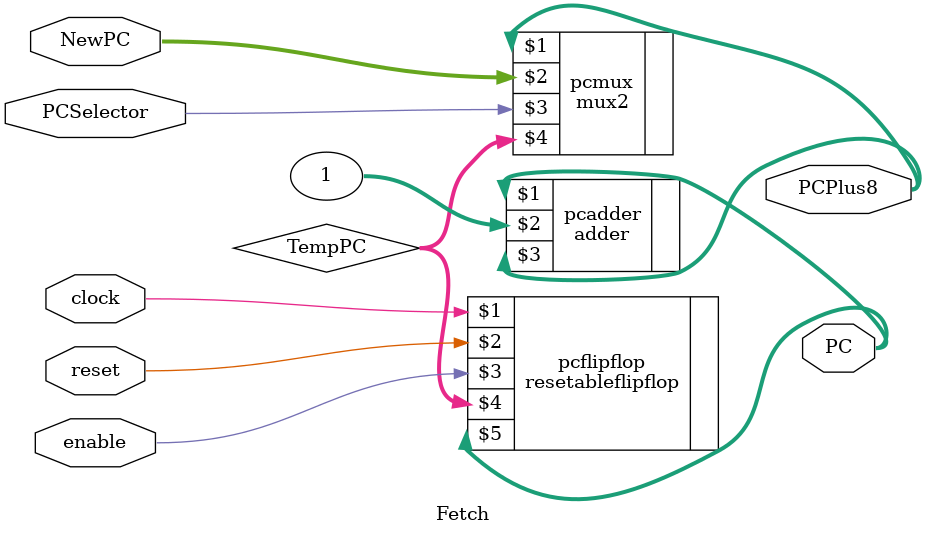
<source format=sv>
/*
	Fetch  Module
	Inputs: 
	- NewPC : new pc
   - PCSelector: indicates which pc value to use
	- clock
	- reset
	Outputs:
	- PC: the current PC value
	- PCPlus8: PC + 4?
*/
module Fetch #(parameter WIDTH = 8)
	(input logic [WIDTH-1:0] NewPC,
	 input logic PCSelector, clock, reset, enable,
	 output logic [WIDTH-1:0] PC, PCPlus8
	 );
	
	logic [WIDTH-1:0] TempPC;
	
	resetableflipflop  #(WIDTH) pcflipflop(clock, reset, enable, TempPC ,PC);
	mux2  #(WIDTH) pcmux (PCPlus8, NewPC, PCSelector, TempPC);
	adder  #(WIDTH) pcadder(PC, 1, PCPlus8);
	
endmodule
</source>
